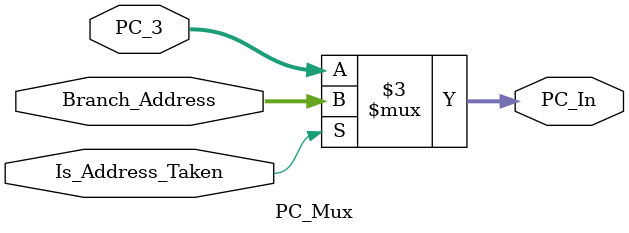
<source format=v>
`timescale 1ns / 1ps


module PC_Mux(
input Is_Address_Taken,
input [15:0] PC_3,
input [15:0] Branch_Address,
output reg [15:0] PC_In
);

always@(*) begin
if (Is_Address_Taken)
PC_In = Branch_Address;
else
PC_In = PC_3;
//$display("PC_In: %d",PC_In);
end   
    
    
    
endmodule

</source>
